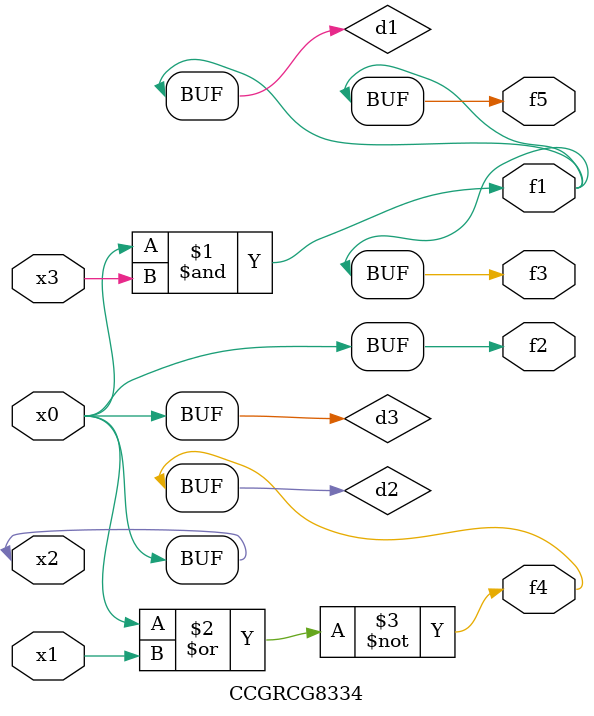
<source format=v>
module CCGRCG8334(
	input x0, x1, x2, x3,
	output f1, f2, f3, f4, f5
);

	wire d1, d2, d3;

	and (d1, x2, x3);
	nor (d2, x0, x1);
	buf (d3, x0, x2);
	assign f1 = d1;
	assign f2 = d3;
	assign f3 = d1;
	assign f4 = d2;
	assign f5 = d1;
endmodule

</source>
